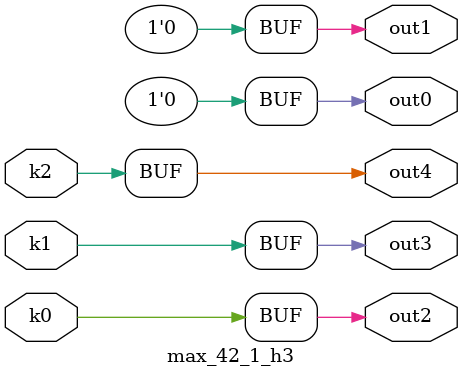
<source format=v>
module max_42_1(pi0, pi1, pi2, pi3, pi4, pi5, pi6, pi7, pi8, po0, po1, po2, po3, po4);
input pi0, pi1, pi2, pi3, pi4, pi5, pi6, pi7, pi8;
output po0, po1, po2, po3, po4;
wire k0, k1, k2;
max_42_1_w3 DUT1 (pi0, pi1, pi2, pi3, pi4, pi5, pi6, pi7, pi8, k0, k1, k2);
max_42_1_h3 DUT2 (k0, k1, k2, po0, po1, po2, po3, po4);
endmodule

module max_42_1_w3(in8, in7, in6, in5, in4, in3, in2, in1, in0, k2, k1, k0);
input in8, in7, in6, in5, in4, in3, in2, in1, in0;
output k2, k1, k0;
assign k0 =   in0 ? ~in7 : ~in4;
assign k1 =   in0 ? ~in8 : ~in5;
assign k2 =   ~in1 & ((((in8 & (~in5 | in2)) | (~in5 & in2)) & (in6 | ~in3) & (in7 | ~in4)) | (in7 & ~in4 & (in6 | ~in3)) | (in6 & ~in3));
endmodule

module max_42_1_h3(k2, k1, k0, out4, out3, out2, out1, out0);
input k2, k1, k0;
output out4, out3, out2, out1, out0;
assign out0 = 0;
assign out1 = 0;
assign out2 = k0;
assign out3 = k1;
assign out4 = k2;
endmodule

</source>
